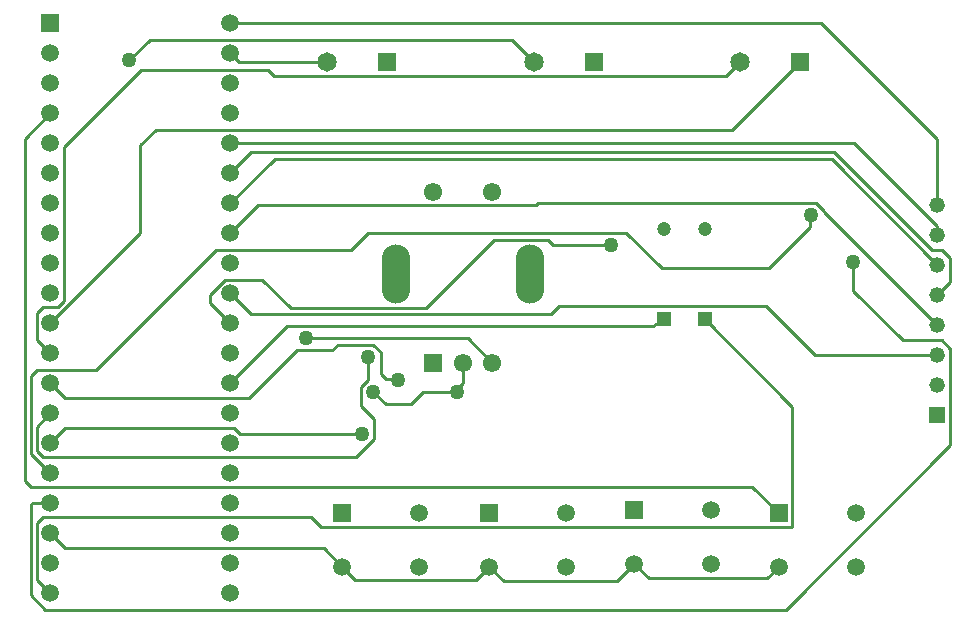
<source format=gbr>
%TF.GenerationSoftware,Altium Limited,Altium Designer,24.7.2 (38)*%
G04 Layer_Physical_Order=2*
G04 Layer_Color=16711680*
%FSLAX45Y45*%
%MOMM*%
%TF.SameCoordinates,C0304756-74E1-48AD-9E84-610300F6E2F7*%
%TF.FilePolarity,Positive*%
%TF.FileFunction,Copper,L2,Bot,Signal*%
%TF.Part,Single*%
G01*
G75*
%TA.AperFunction,Conductor*%
%ADD15C,0.25400*%
%TA.AperFunction,ComponentPad*%
%ADD16C,1.49800*%
%ADD17R,1.49800X1.49800*%
%ADD18R,1.20000X1.20000*%
%ADD19C,1.20000*%
%ADD20C,1.65000*%
%ADD21R,1.65000X1.65000*%
%ADD22C,1.55000*%
%ADD23R,1.55000X1.55000*%
G04:AMPARAMS|DCode=24|XSize=2.4mm|YSize=5mm|CornerRadius=1.2mm|HoleSize=0mm|Usage=FLASHONLY|Rotation=0.000|XOffset=0mm|YOffset=0mm|HoleType=Round|Shape=RoundedRectangle|*
%AMROUNDEDRECTD24*
21,1,2.40000,2.60000,0,0,0.0*
21,1,0.00000,5.00000,0,0,0.0*
1,1,2.40000,0.00000,-1.30000*
1,1,2.40000,0.00000,-1.30000*
1,1,2.40000,0.00000,1.30000*
1,1,2.40000,0.00000,1.30000*
%
%ADD24ROUNDEDRECTD24*%
%ADD25R,1.32080X1.32080*%
%ADD26C,1.50800*%
%ADD27R,1.50800X1.50800*%
%ADD28C,1.32080*%
%TA.AperFunction,ViaPad*%
%ADD29C,1.27000*%
D15*
X-3109920Y-701500D02*
X-2703520Y-295100D01*
X-2404068D02*
X-2357368Y-248400D01*
X-2703520Y-295100D02*
X-2404068D01*
X-2357368Y-248400D02*
X-2057916D01*
X-1995234Y-495100D02*
Y-311082D01*
X-2057916Y-248400D02*
X-1995234Y-311082D01*
X-2627320Y-193500D02*
X-1256502D01*
X-1050000Y-400002D01*
X-2100000Y-545456D02*
Y-350000D01*
X-2159960Y-605416D02*
X-2100000Y-545456D01*
X-2159960Y-767970D02*
Y-605416D01*
Y-767970D02*
X-2048400Y-879530D01*
X-4667799Y-955500D02*
X-3235487D01*
X-2048400Y-1042084D02*
Y-879530D01*
X-3235487Y-955500D02*
X-3190987Y-1000000D01*
X-2150000D01*
X-4857440Y-1196800D02*
X-2203116D01*
X-2048400Y-1042084D01*
X-1861266Y-538734D02*
X-1850000Y-550000D01*
X-1951600Y-538734D02*
X-1861266D01*
X-1995234Y-495100D02*
X-1951600Y-538734D01*
X-1350000Y-622507D02*
X-1299997Y-572505D01*
X-1742525Y-752400D02*
X-1640125Y-650000D01*
X-1299997Y-572505D02*
Y-400002D01*
X-1350000Y-650000D02*
Y-622507D01*
X-1640125Y-650000D02*
X-1350000D01*
X-1953460Y-752400D02*
X-1742525D01*
X-2058360Y-647500D02*
X-1953460Y-752400D01*
X-1035106Y638106D02*
X-575352D01*
X-537246Y600000D01*
X85101Y701600D02*
X385841Y400860D01*
X-2103060Y701600D02*
X85101D01*
X-537246Y600000D02*
X-50000D01*
X-2246320Y558340D02*
X-2103060Y701600D01*
X1640202Y748400D02*
Y840202D01*
X1758300Y880199D02*
Y885384D01*
X-678509Y934398D02*
X-661307Y951600D01*
X1640202Y840202D02*
X1650000Y850000D01*
X-661307Y951600D02*
X1692084D01*
X-3269899Y696399D02*
X-3031901Y934398D01*
X-678509D01*
X1692084Y951600D02*
X1758300Y885384D01*
X1292662Y400860D02*
X1640202Y748400D01*
X1758300Y880199D02*
X2716002Y-77503D01*
X2000000Y211682D02*
Y450000D01*
Y211682D02*
X2422962Y-211280D01*
X-4793899Y-1081601D02*
X-4667799Y-955500D01*
X-3199501Y2150001D02*
X-2454001D01*
X-3269899Y2220399D02*
X-3199501Y2150001D01*
X-3269899Y-573601D02*
X-2787340Y-91041D01*
X313141D01*
X399999Y-31301D01*
X149997Y-2099999D02*
X275499Y-2225500D01*
X1274501D01*
X1374999Y-2125002D01*
X-1074999D02*
X-951641Y-2248360D01*
X1636D01*
X149997Y-2099999D01*
X-4793899Y-1843601D02*
X-4666000Y-1971500D01*
X-2478502D01*
X-2324999Y-2125002D01*
X-2211802Y-2238200D01*
X-1188197D01*
X-1074999Y-2125002D01*
X-3445200Y109700D02*
X-3269899Y-65601D01*
X-3445200Y109700D02*
Y174800D01*
X-3315660Y304340D01*
X-3000700D01*
X-2758252Y61892D01*
X-1611320D01*
X-1035106Y638106D01*
X-4123380Y2166160D02*
X-3953200Y2336340D01*
X-886338D01*
X-699999Y2150001D01*
X385841Y400860D02*
X1292662D01*
X-3394400Y558340D02*
X-2246320D01*
X-4410400Y-457660D02*
X-3394400Y558340D01*
X-4908240Y-457660D02*
X-4410400D01*
X-4959040Y-508460D02*
X-4908240Y-457660D01*
X-4959040Y-1170460D02*
Y-508460D01*
Y-1170460D02*
X-4793899Y-1335601D01*
X2716002Y938497D02*
Y1493898D01*
X1735501Y2474399D02*
X2716002Y1493898D01*
X-3269899Y2474399D02*
X1735501D01*
X-4908240Y-1146000D02*
X-4857440Y-1196800D01*
X-4908240Y-1146000D02*
Y-941941D01*
X-4793899Y-827601D01*
X-4908240Y-205260D02*
X-4793899Y-319601D01*
X-4908240Y-205260D02*
Y22400D01*
X-4857440Y73200D01*
X-4730440D01*
X-4679640Y124000D01*
Y1424135D01*
X-4021435Y2082340D01*
X-2952440D01*
X-2899100Y2029000D01*
X929000D01*
X1050000Y2150001D01*
X-3269899Y188399D02*
X-3092592Y11092D01*
X-555828D01*
X-488640Y78280D01*
X1269040D01*
X1678823Y-331503D01*
X2716002D01*
X-4666000Y-701500D02*
X-3109920D01*
X-4793899Y-573601D02*
X-4666000Y-701500D01*
X-5009840Y1496459D02*
X-4793899Y1712399D01*
X-5009840Y-1397460D02*
Y1496459D01*
Y-1397460D02*
X-4956500Y-1450800D01*
X1150798D01*
X1374999Y-1675001D01*
X2422962Y-211280D02*
X2752400D01*
X2820980Y-279860D01*
Y-1100280D02*
Y-279860D01*
X1431600Y-2489660D02*
X2820980Y-1100280D01*
X-4834580Y-2489660D02*
X1431600D01*
X-4959040Y-2365200D02*
X-4834580Y-2489660D01*
X-4959040Y-2365200D02*
Y-1601402D01*
X-4947239Y-1589601D01*
X-4793899D01*
X750001Y-31301D02*
X1490020Y-771320D01*
Y-1788620D02*
Y-771320D01*
X-2500320Y-1788620D02*
X1490020D01*
X-2584140Y-1704800D02*
X-2500320Y-1788620D01*
X-4857440Y-1704800D02*
X-2584140D01*
X-4908240Y-1755600D02*
X-4857440Y-1704800D01*
X-4908240Y-2237260D02*
Y-1755600D01*
Y-2237260D02*
X-4793899Y-2351601D01*
Y-65601D02*
X-4031940Y696359D01*
Y1444800D01*
X-3902400Y1574340D01*
X982340D01*
X1558000Y2150001D01*
X2716002Y684497D02*
Y754758D01*
X2010720Y1460040D02*
X2716002Y754758D01*
X-3268259Y1460040D02*
X2010720D01*
X-3269899Y1458399D02*
X-3268259Y1460040D01*
X-3269899Y950399D02*
X-2894879Y1325420D01*
X1821078D01*
X2716002Y430497D01*
X-3269899Y1204399D02*
X-3090459Y1383840D01*
X1843080D01*
X2668580Y558340D01*
X2752400D01*
X2820980Y489760D01*
Y281475D02*
Y489760D01*
X2716002Y176497D02*
X2820980Y281475D01*
D16*
X2025000Y-1675001D02*
D03*
Y-2125002D02*
D03*
X1374999D02*
D03*
X-1674998Y-1675001D02*
D03*
Y-2125002D02*
D03*
X-2324999D02*
D03*
X799998Y-1650002D02*
D03*
Y-2099999D02*
D03*
X149997D02*
D03*
X-425003Y-1675001D02*
D03*
Y-2125002D02*
D03*
X-1074999D02*
D03*
D17*
X1374999Y-1675001D02*
D03*
X-2324999D02*
D03*
X149997Y-1650002D02*
D03*
X-1074999Y-1675001D02*
D03*
D18*
X750001Y-31301D02*
D03*
X399999D02*
D03*
D19*
X750001Y731299D02*
D03*
X399999D02*
D03*
D20*
X-2454001Y2150001D02*
D03*
X-699999D02*
D03*
X1050000D02*
D03*
D21*
X-1946001D02*
D03*
X-191999D02*
D03*
X1558000D02*
D03*
D22*
X-1549999Y1049998D02*
D03*
X-1050000D02*
D03*
Y-400002D02*
D03*
X-1299997D02*
D03*
D23*
X-1549999D02*
D03*
D24*
X-1869999Y349999D02*
D03*
X-730001D02*
D03*
D25*
X2716002Y-839503D02*
D03*
D26*
X-3269899Y2220399D02*
D03*
X-4793899Y-2097601D02*
D03*
Y2220399D02*
D03*
Y1966399D02*
D03*
Y1712399D02*
D03*
Y1458399D02*
D03*
Y1204399D02*
D03*
Y950399D02*
D03*
Y696399D02*
D03*
Y442399D02*
D03*
Y188399D02*
D03*
Y-65601D02*
D03*
Y-319601D02*
D03*
Y-573601D02*
D03*
Y-827601D02*
D03*
Y-1081601D02*
D03*
Y-1335601D02*
D03*
Y-1589601D02*
D03*
Y-1843601D02*
D03*
Y-2351601D02*
D03*
X-3269899D02*
D03*
Y-2097601D02*
D03*
Y-1843601D02*
D03*
Y-1589601D02*
D03*
Y-1335601D02*
D03*
Y-1081601D02*
D03*
Y-827601D02*
D03*
Y-573601D02*
D03*
Y-319601D02*
D03*
Y-65601D02*
D03*
Y188399D02*
D03*
Y442399D02*
D03*
Y696399D02*
D03*
Y950399D02*
D03*
Y1204399D02*
D03*
Y1458399D02*
D03*
Y1712399D02*
D03*
Y1966399D02*
D03*
Y2474399D02*
D03*
D27*
X-4793899D02*
D03*
D28*
X2716002Y-77503D02*
D03*
Y-331503D02*
D03*
Y-585503D02*
D03*
Y176497D02*
D03*
Y430497D02*
D03*
Y938497D02*
D03*
Y684497D02*
D03*
D29*
X-2100000Y-350000D02*
D03*
X-2150000Y-1000000D02*
D03*
X-1850000Y-550000D02*
D03*
X-1350000Y-650000D02*
D03*
X-50000Y600000D02*
D03*
X1650000Y850000D02*
D03*
X2000000Y450000D02*
D03*
X-4123380Y2166160D02*
D03*
X-2627320Y-193500D02*
D03*
X-2058360Y-647500D02*
D03*
%TF.MD5,d6c3a20d4f68d1437673b7df5af035c0*%
M02*

</source>
